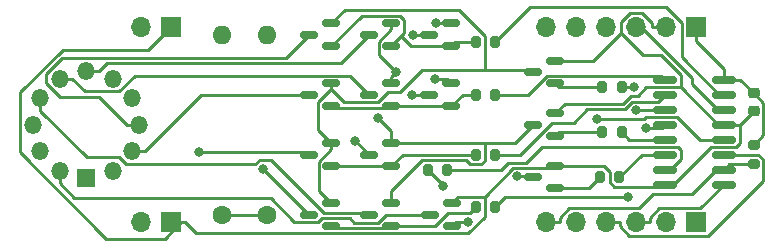
<source format=gbr>
G04 #@! TF.GenerationSoftware,KiCad,Pcbnew,6.0.4*
G04 #@! TF.CreationDate,2022-05-06T17:46:11+10:00*
G04 #@! TF.ProjectId,modularnixie,6d6f6475-6c61-4726-9e69-7869652e6b69,rev?*
G04 #@! TF.SameCoordinates,Original*
G04 #@! TF.FileFunction,Copper,L1,Top*
G04 #@! TF.FilePolarity,Positive*
%FSLAX46Y46*%
G04 Gerber Fmt 4.6, Leading zero omitted, Abs format (unit mm)*
G04 Created by KiCad (PCBNEW 6.0.4) date 2022-05-06 17:46:11*
%MOMM*%
%LPD*%
G01*
G04 APERTURE LIST*
G04 Aperture macros list*
%AMRoundRect*
0 Rectangle with rounded corners*
0 $1 Rounding radius*
0 $2 $3 $4 $5 $6 $7 $8 $9 X,Y pos of 4 corners*
0 Add a 4 corners polygon primitive as box body*
4,1,4,$2,$3,$4,$5,$6,$7,$8,$9,$2,$3,0*
0 Add four circle primitives for the rounded corners*
1,1,$1+$1,$2,$3*
1,1,$1+$1,$4,$5*
1,1,$1+$1,$6,$7*
1,1,$1+$1,$8,$9*
0 Add four rect primitives between the rounded corners*
20,1,$1+$1,$2,$3,$4,$5,0*
20,1,$1+$1,$4,$5,$6,$7,0*
20,1,$1+$1,$6,$7,$8,$9,0*
20,1,$1+$1,$8,$9,$2,$3,0*%
G04 Aperture macros list end*
G04 #@! TA.AperFunction,SMDPad,CuDef*
%ADD10RoundRect,0.150000X0.587500X0.150000X-0.587500X0.150000X-0.587500X-0.150000X0.587500X-0.150000X0*%
G04 #@! TD*
G04 #@! TA.AperFunction,SMDPad,CuDef*
%ADD11RoundRect,0.200000X-0.200000X-0.275000X0.200000X-0.275000X0.200000X0.275000X-0.200000X0.275000X0*%
G04 #@! TD*
G04 #@! TA.AperFunction,SMDPad,CuDef*
%ADD12RoundRect,0.150000X-0.850000X-0.150000X0.850000X-0.150000X0.850000X0.150000X-0.850000X0.150000X0*%
G04 #@! TD*
G04 #@! TA.AperFunction,ComponentPad*
%ADD13C,1.600000*%
G04 #@! TD*
G04 #@! TA.AperFunction,ComponentPad*
%ADD14O,1.600000X1.600000*%
G04 #@! TD*
G04 #@! TA.AperFunction,ComponentPad*
%ADD15R,1.700000X1.700000*%
G04 #@! TD*
G04 #@! TA.AperFunction,ComponentPad*
%ADD16O,1.700000X1.700000*%
G04 #@! TD*
G04 #@! TA.AperFunction,SMDPad,CuDef*
%ADD17RoundRect,0.200000X-0.275000X0.200000X-0.275000X-0.200000X0.275000X-0.200000X0.275000X0.200000X0*%
G04 #@! TD*
G04 #@! TA.AperFunction,ComponentPad*
%ADD18R,1.500000X1.500000*%
G04 #@! TD*
G04 #@! TA.AperFunction,ComponentPad*
%ADD19O,1.500000X1.500000*%
G04 #@! TD*
G04 #@! TA.AperFunction,SMDPad,CuDef*
%ADD20RoundRect,0.225000X-0.250000X0.225000X-0.250000X-0.225000X0.250000X-0.225000X0.250000X0.225000X0*%
G04 #@! TD*
G04 #@! TA.AperFunction,ViaPad*
%ADD21C,0.800000*%
G04 #@! TD*
G04 #@! TA.AperFunction,Conductor*
%ADD22C,0.250000*%
G04 #@! TD*
G04 APERTURE END LIST*
D10*
G04 #@! TO.P,Q4,1,B*
G04 #@! TO.N,Net-(Q4-Pad1)*
X107174700Y-72070000D03*
G04 #@! TO.P,Q4,2,E*
G04 #@! TO.N,GND*
X107174700Y-70170000D03*
G04 #@! TO.P,Q4,3,C*
G04 #@! TO.N,/KDP*
X105299700Y-71120000D03*
G04 #@! TD*
G04 #@! TO.P,Q12,1,B*
G04 #@! TO.N,Net-(Q12-Pad1)*
X96984200Y-66990000D03*
G04 #@! TO.P,Q12,2,E*
G04 #@! TO.N,Net-(Q1-Pad3)*
X96984200Y-65090000D03*
G04 #@! TO.P,Q12,3,C*
G04 #@! TO.N,/K2*
X95109200Y-66040000D03*
G04 #@! TD*
D11*
G04 #@! TO.P,R3,1*
G04 #@! TO.N,Net-(Q3-Pad1)*
X119717200Y-67945000D03*
G04 #@! TO.P,R3,2*
G04 #@! TO.N,Net-(R3-Pad2)*
X121367200Y-67945000D03*
G04 #@! TD*
D12*
G04 #@! TO.P,U1,1,QB*
G04 #@! TO.N,Net-(R11-Pad2)*
X125217200Y-59690000D03*
G04 #@! TO.P,U1,2,QC*
G04 #@! TO.N,Net-(R12-Pad2)*
X125217200Y-60960000D03*
G04 #@! TO.P,U1,3,QD*
G04 #@! TO.N,Net-(R13-Pad2)*
X125217200Y-62230000D03*
G04 #@! TO.P,U1,4,QE*
G04 #@! TO.N,Net-(R1-Pad2)*
X125217200Y-63500000D03*
G04 #@! TO.P,U1,5,QF*
G04 #@! TO.N,Net-(R2-Pad2)*
X125217200Y-64770000D03*
G04 #@! TO.P,U1,6,QG*
G04 #@! TO.N,Net-(R3-Pad2)*
X125217200Y-66040000D03*
G04 #@! TO.P,U1,7,QH*
G04 #@! TO.N,Net-(R4-Pad2)*
X125217200Y-67310000D03*
G04 #@! TO.P,U1,8,GND*
G04 #@! TO.N,GND*
X125217200Y-68580000D03*
G04 #@! TO.P,U1,9,QH'*
G04 #@! TO.N,Net-(J2-Pad3)*
X130217200Y-68580000D03*
G04 #@! TO.P,U1,10,~{SRCLR}*
G04 #@! TO.N,Net-(J1-Pad6)*
X130217200Y-67310000D03*
G04 #@! TO.P,U1,11,SRCLK*
G04 #@! TO.N,Net-(J1-Pad4)*
X130217200Y-66040000D03*
G04 #@! TO.P,U1,12,RCLK*
G04 #@! TO.N,Net-(J1-Pad5)*
X130217200Y-64770000D03*
G04 #@! TO.P,U1,13,~{OE}*
G04 #@! TO.N,GND*
X130217200Y-63500000D03*
G04 #@! TO.P,U1,14,SER*
G04 #@! TO.N,Net-(J1-Pad3)*
X130217200Y-62230000D03*
G04 #@! TO.P,U1,15,QA*
G04 #@! TO.N,Net-(R10-Pad2)*
X130217200Y-60960000D03*
G04 #@! TO.P,U1,16,VCC*
G04 #@! TO.N,VCC*
X130217200Y-59690000D03*
G04 #@! TD*
D10*
G04 #@! TO.P,Q2,1,B*
G04 #@! TO.N,Net-(Q2-Pad1)*
X115954700Y-64450000D03*
G04 #@! TO.P,Q2,2,E*
G04 #@! TO.N,GND*
X115954700Y-62550000D03*
G04 #@! TO.P,Q2,3,C*
G04 #@! TO.N,Net-(Q14-Pad2)*
X114079700Y-63500000D03*
G04 #@! TD*
D13*
G04 #@! TO.P,R30,1*
G04 #@! TO.N,Net-(R30-Pad1)*
X91513400Y-71120000D03*
D14*
G04 #@! TO.P,R30,2*
G04 #@! TO.N,/HV*
X91513400Y-55880000D03*
G04 #@! TD*
D15*
G04 #@! TO.P,J1,1,Pin_1*
G04 #@! TO.N,VCC*
X127827200Y-55245000D03*
D16*
G04 #@! TO.P,J1,2,Pin_2*
G04 #@! TO.N,GND*
X125287200Y-55245000D03*
G04 #@! TO.P,J1,3,Pin_3*
G04 #@! TO.N,Net-(J1-Pad3)*
X122747200Y-55245000D03*
G04 #@! TO.P,J1,4,Pin_4*
G04 #@! TO.N,Net-(J1-Pad4)*
X120207200Y-55245000D03*
G04 #@! TO.P,J1,5,Pin_5*
G04 #@! TO.N,Net-(J1-Pad5)*
X117667200Y-55245000D03*
G04 #@! TO.P,J1,6,Pin_6*
G04 #@! TO.N,Net-(J1-Pad6)*
X115127200Y-55245000D03*
G04 #@! TD*
D17*
G04 #@! TO.P,R9,1*
G04 #@! TO.N,VCC*
X132737200Y-65215000D03*
G04 #@! TO.P,R9,2*
G04 #@! TO.N,Net-(J1-Pad6)*
X132737200Y-66865000D03*
G04 #@! TD*
D10*
G04 #@! TO.P,Q14,1,B*
G04 #@! TO.N,Net-(Q10-Pad1)*
X102064200Y-56830000D03*
G04 #@! TO.P,Q14,2,E*
G04 #@! TO.N,Net-(Q14-Pad2)*
X102064200Y-54930000D03*
G04 #@! TO.P,Q14,3,C*
G04 #@! TO.N,/K4*
X100189200Y-55880000D03*
G04 #@! TD*
D15*
G04 #@! TO.P,J2,1,Pin_1*
G04 #@! TO.N,VCC*
X127827200Y-71755000D03*
D16*
G04 #@! TO.P,J2,2,Pin_2*
G04 #@! TO.N,GND*
X125287200Y-71755000D03*
G04 #@! TO.P,J2,3,Pin_3*
G04 #@! TO.N,Net-(J2-Pad3)*
X122747200Y-71755000D03*
G04 #@! TO.P,J2,4,Pin_4*
G04 #@! TO.N,Net-(J1-Pad4)*
X120207200Y-71755000D03*
G04 #@! TO.P,J2,5,Pin_5*
G04 #@! TO.N,Net-(J1-Pad5)*
X117667200Y-71755000D03*
G04 #@! TO.P,J2,6,Pin_6*
G04 #@! TO.N,Net-(J1-Pad6)*
X115127200Y-71755000D03*
G04 #@! TD*
D18*
G04 #@! TO.P,V1,1,A*
G04 #@! TO.N,Net-(R30-Pad1)*
X76213400Y-68000000D03*
D19*
G04 #@! TO.P,V1,2,K9*
G04 #@! TO.N,/K9*
X78463399Y-67397114D03*
G04 #@! TO.P,V1,3,K1*
G04 #@! TO.N,/K1*
X80110514Y-65749999D03*
G04 #@! TO.P,V1,4,K0*
G04 #@! TO.N,/K0*
X80713400Y-63500000D03*
G04 #@! TO.P,V1,5,K2*
G04 #@! TO.N,/K2*
X80110514Y-61250000D03*
G04 #@! TO.P,V1,6,K3*
G04 #@! TO.N,/K3*
X78463400Y-59602886D03*
G04 #@! TO.P,V1,7,K4*
G04 #@! TO.N,/K4*
X76213400Y-59000000D03*
G04 #@! TO.P,V1,8,K5*
G04 #@! TO.N,/K5*
X73963400Y-59602886D03*
G04 #@! TO.P,V1,9,K7*
G04 #@! TO.N,/K7*
X72316286Y-61250000D03*
G04 #@! TO.P,V1,10,K6*
G04 #@! TO.N,/K6*
X71713400Y-63500000D03*
G04 #@! TO.P,V1,11,K8*
G04 #@! TO.N,/K8*
X72316286Y-65749999D03*
G04 #@! TO.P,V1,12,KDP*
G04 #@! TO.N,/KDP*
X73963401Y-67397114D03*
G04 #@! TD*
D10*
G04 #@! TO.P,Q3,1,B*
G04 #@! TO.N,Net-(Q3-Pad1)*
X115954700Y-68895000D03*
G04 #@! TO.P,Q3,2,E*
G04 #@! TO.N,GND*
X115954700Y-66995000D03*
G04 #@! TO.P,Q3,3,C*
G04 #@! TO.N,Net-(Q18-Pad2)*
X114079700Y-67945000D03*
G04 #@! TD*
D11*
G04 #@! TO.P,R12,1*
G04 #@! TO.N,Net-(Q12-Pad1)*
X109222200Y-66040000D03*
G04 #@! TO.P,R12,2*
G04 #@! TO.N,Net-(R12-Pad2)*
X110872200Y-66040000D03*
G04 #@! TD*
D20*
G04 #@! TO.P,C1,1*
G04 #@! TO.N,VCC*
X132737200Y-60820000D03*
G04 #@! TO.P,C1,2*
G04 #@! TO.N,GND*
X132737200Y-62370000D03*
G04 #@! TD*
D10*
G04 #@! TO.P,Q10,1,B*
G04 #@! TO.N,Net-(Q10-Pad1)*
X96984200Y-56830000D03*
G04 #@! TO.P,Q10,2,E*
G04 #@! TO.N,Net-(Q1-Pad3)*
X96984200Y-54930000D03*
G04 #@! TO.P,Q10,3,C*
G04 #@! TO.N,/K0*
X95109200Y-55880000D03*
G04 #@! TD*
G04 #@! TO.P,Q13,1,B*
G04 #@! TO.N,Net-(Q13-Pad1)*
X96984200Y-72070000D03*
G04 #@! TO.P,Q13,2,E*
G04 #@! TO.N,Net-(Q1-Pad3)*
X96984200Y-70170000D03*
G04 #@! TO.P,Q13,3,C*
G04 #@! TO.N,/K3*
X95109200Y-71120000D03*
G04 #@! TD*
G04 #@! TO.P,Q17,1,B*
G04 #@! TO.N,Net-(Q13-Pad1)*
X102064200Y-72070000D03*
G04 #@! TO.P,Q17,2,E*
G04 #@! TO.N,Net-(Q14-Pad2)*
X102064200Y-70170000D03*
G04 #@! TO.P,Q17,3,C*
G04 #@! TO.N,/K7*
X100189200Y-71120000D03*
G04 #@! TD*
D15*
G04 #@! TO.P,J4,1,Pin_1*
G04 #@! TO.N,GND*
X83377200Y-55245000D03*
D16*
G04 #@! TO.P,J4,2,Pin_2*
G04 #@! TO.N,/HV*
X80837200Y-55245000D03*
G04 #@! TD*
D10*
G04 #@! TO.P,Q15,1,B*
G04 #@! TO.N,Net-(Q11-Pad1)*
X102064200Y-61910000D03*
G04 #@! TO.P,Q15,2,E*
G04 #@! TO.N,Net-(Q14-Pad2)*
X102064200Y-60010000D03*
G04 #@! TO.P,Q15,3,C*
G04 #@! TO.N,/K5*
X100189200Y-60960000D03*
G04 #@! TD*
G04 #@! TO.P,Q16,1,B*
G04 #@! TO.N,Net-(Q12-Pad1)*
X102064200Y-66990000D03*
G04 #@! TO.P,Q16,2,E*
G04 #@! TO.N,Net-(Q14-Pad2)*
X102064200Y-65090000D03*
G04 #@! TO.P,Q16,3,C*
G04 #@! TO.N,/K6*
X100189200Y-66040000D03*
G04 #@! TD*
D15*
G04 #@! TO.P,J3,1,Pin_1*
G04 #@! TO.N,GND*
X83377200Y-71755000D03*
D16*
G04 #@! TO.P,J3,2,Pin_2*
G04 #@! TO.N,/HV*
X80837200Y-71755000D03*
G04 #@! TD*
D10*
G04 #@! TO.P,Q19,1,B*
G04 #@! TO.N,Net-(Q11-Pad1)*
X107144200Y-61910000D03*
G04 #@! TO.P,Q19,2,E*
G04 #@! TO.N,Net-(Q18-Pad2)*
X107144200Y-60010000D03*
G04 #@! TO.P,Q19,3,C*
G04 #@! TO.N,/K9*
X105269200Y-60960000D03*
G04 #@! TD*
D13*
G04 #@! TO.P,R31,1*
G04 #@! TO.N,Net-(R30-Pad1)*
X87703400Y-71120000D03*
D14*
G04 #@! TO.P,R31,2*
G04 #@! TO.N,/HV*
X87703400Y-55880000D03*
G04 #@! TD*
D10*
G04 #@! TO.P,Q18,1,B*
G04 #@! TO.N,Net-(Q10-Pad1)*
X107144200Y-56830000D03*
G04 #@! TO.P,Q18,2,E*
G04 #@! TO.N,Net-(Q18-Pad2)*
X107144200Y-54930000D03*
G04 #@! TO.P,Q18,3,C*
G04 #@! TO.N,/K8*
X105269200Y-55880000D03*
G04 #@! TD*
G04 #@! TO.P,Q1,1,B*
G04 #@! TO.N,Net-(Q1-Pad1)*
X115954700Y-60005000D03*
G04 #@! TO.P,Q1,2,E*
G04 #@! TO.N,GND*
X115954700Y-58105000D03*
G04 #@! TO.P,Q1,3,C*
G04 #@! TO.N,Net-(Q1-Pad3)*
X114079700Y-59055000D03*
G04 #@! TD*
D11*
G04 #@! TO.P,R1,1*
G04 #@! TO.N,Net-(Q1-Pad1)*
X119907200Y-60325000D03*
G04 #@! TO.P,R1,2*
G04 #@! TO.N,Net-(R1-Pad2)*
X121557200Y-60325000D03*
G04 #@! TD*
G04 #@! TO.P,R10,1*
G04 #@! TO.N,Net-(Q10-Pad1)*
X109222200Y-56515000D03*
G04 #@! TO.P,R10,2*
G04 #@! TO.N,Net-(R10-Pad2)*
X110872200Y-56515000D03*
G04 #@! TD*
G04 #@! TO.P,R11,1*
G04 #@! TO.N,Net-(Q11-Pad1)*
X109222200Y-60960000D03*
G04 #@! TO.P,R11,2*
G04 #@! TO.N,Net-(R11-Pad2)*
X110872200Y-60960000D03*
G04 #@! TD*
G04 #@! TO.P,R4,1*
G04 #@! TO.N,Net-(Q4-Pad1)*
X105152900Y-67310000D03*
G04 #@! TO.P,R4,2*
G04 #@! TO.N,Net-(R4-Pad2)*
X106802900Y-67310000D03*
G04 #@! TD*
D10*
G04 #@! TO.P,Q11,1,B*
G04 #@! TO.N,Net-(Q11-Pad1)*
X96984200Y-61910000D03*
G04 #@! TO.P,Q11,2,E*
G04 #@! TO.N,Net-(Q1-Pad3)*
X96984200Y-60010000D03*
G04 #@! TO.P,Q11,3,C*
G04 #@! TO.N,/K1*
X95109200Y-60960000D03*
G04 #@! TD*
D11*
G04 #@! TO.P,R13,1*
G04 #@! TO.N,Net-(Q13-Pad1)*
X109222200Y-70485000D03*
G04 #@! TO.P,R13,2*
G04 #@! TO.N,Net-(R13-Pad2)*
X110872200Y-70485000D03*
G04 #@! TD*
G04 #@! TO.P,R2,1*
G04 #@! TO.N,Net-(Q2-Pad1)*
X119907200Y-64135000D03*
G04 #@! TO.P,R2,2*
G04 #@! TO.N,Net-(R2-Pad2)*
X121557200Y-64135000D03*
G04 #@! TD*
D21*
G04 #@! TO.N,Net-(Q4-Pad1)*
X106414000Y-68665400D03*
X108519100Y-71725900D03*
G04 #@! TO.N,Net-(R13-Pad2)*
X122076800Y-69662900D03*
X122777200Y-62279500D03*
G04 #@! TO.N,Net-(R1-Pad2)*
X122586300Y-60325000D03*
X123610200Y-63761200D03*
G04 #@! TO.N,/K9*
X103847900Y-60960000D03*
G04 #@! TO.N,/K8*
X103879900Y-55880000D03*
G04 #@! TO.N,/K6*
X98956700Y-64886900D03*
G04 #@! TO.N,/K3*
X91207000Y-67231500D03*
G04 #@! TO.N,/K2*
X85792200Y-65856400D03*
G04 #@! TO.N,Net-(Q18-Pad2)*
X105794900Y-59635800D03*
X112701200Y-67889900D03*
X105804500Y-54930000D03*
G04 #@! TO.N,Net-(Q14-Pad2)*
X100933500Y-62949400D03*
X102448000Y-59087700D03*
G04 #@! TO.N,Net-(J1-Pad5)*
X119460500Y-63007600D03*
G04 #@! TD*
D22*
G04 #@! TO.N,Net-(R4-Pad2)*
X111306100Y-67310000D02*
X106802900Y-67310000D01*
X111901800Y-66714300D02*
X111306100Y-67310000D01*
X113479100Y-66714300D02*
X111901800Y-66714300D01*
X114780500Y-65412900D02*
X113479100Y-66714300D01*
X126337000Y-65412900D02*
X114780500Y-65412900D01*
X126545400Y-65621300D02*
X126337000Y-65412900D01*
X126545400Y-66394300D02*
X126545400Y-65621300D01*
X125629700Y-67310000D02*
X126545400Y-66394300D01*
X125217200Y-67310000D02*
X125629700Y-67310000D01*
G04 #@! TO.N,Net-(Q4-Pad1)*
X106414000Y-68571100D02*
X106414000Y-68665400D01*
X105152900Y-67310000D02*
X106414000Y-68571100D01*
X108519100Y-71726000D02*
X108519100Y-71725900D01*
X107518700Y-71726000D02*
X108519100Y-71726000D01*
X107174700Y-72070000D02*
X107518700Y-71726000D01*
G04 #@! TO.N,Net-(R30-Pad1)*
X87703400Y-71120000D02*
X91513400Y-71120000D01*
G04 #@! TO.N,Net-(R13-Pad2)*
X111694300Y-69662900D02*
X122076800Y-69662900D01*
X110872200Y-70485000D02*
X111694300Y-69662900D01*
X125167700Y-62279500D02*
X125217200Y-62230000D01*
X122777200Y-62279500D02*
X125167700Y-62279500D01*
G04 #@! TO.N,Net-(R12-Pad2)*
X112952100Y-66040000D02*
X110872200Y-66040000D01*
X115647900Y-63344200D02*
X112952100Y-66040000D01*
X117523300Y-63344200D02*
X115647900Y-63344200D01*
X118662700Y-62204800D02*
X117523300Y-63344200D01*
X121826200Y-62204800D02*
X118662700Y-62204800D01*
X122476800Y-61554200D02*
X121826200Y-62204800D01*
X124623000Y-61554200D02*
X122476800Y-61554200D01*
X125217200Y-60960000D02*
X124623000Y-61554200D01*
G04 #@! TO.N,Net-(R11-Pad2)*
X124875300Y-59348100D02*
X125217200Y-59690000D01*
X115199100Y-59348100D02*
X124875300Y-59348100D01*
X113587200Y-60960000D02*
X115199100Y-59348100D01*
X110872200Y-60960000D02*
X113587200Y-60960000D01*
G04 #@! TO.N,Net-(R10-Pad2)*
X129814000Y-60960000D02*
X130217200Y-60960000D01*
X126651800Y-57797800D02*
X129814000Y-60960000D01*
X126651800Y-54913200D02*
X126651800Y-57797800D01*
X125291400Y-53552800D02*
X126651800Y-54913200D01*
X113834400Y-53552800D02*
X125291400Y-53552800D01*
X110872200Y-56515000D02*
X113834400Y-53552800D01*
G04 #@! TO.N,Net-(R3-Pad2)*
X123272200Y-66040000D02*
X121367200Y-67945000D01*
X125217200Y-66040000D02*
X123272200Y-66040000D01*
G04 #@! TO.N,Net-(R2-Pad2)*
X122192200Y-64770000D02*
X125217200Y-64770000D01*
X121557200Y-64135000D02*
X122192200Y-64770000D01*
G04 #@! TO.N,Net-(R1-Pad2)*
X124956000Y-63761200D02*
X123610200Y-63761200D01*
X125217200Y-63500000D02*
X124956000Y-63761200D01*
X121557200Y-60325000D02*
X122586300Y-60325000D01*
G04 #@! TO.N,/KDP*
X73963400Y-67397100D02*
X73963400Y-68472400D01*
X101601800Y-71120000D02*
X105299700Y-71120000D01*
X100933200Y-71788600D02*
X101601800Y-71120000D01*
X98894900Y-71788600D02*
X100933200Y-71788600D01*
X98549100Y-71442800D02*
X98894900Y-71788600D01*
X96198900Y-71442800D02*
X98549100Y-71442800D01*
X95877900Y-71763800D02*
X96198900Y-71442800D01*
X93859500Y-71763800D02*
X95877900Y-71763800D01*
X91828200Y-69732500D02*
X93859500Y-71763800D01*
X75223500Y-69732500D02*
X91828200Y-69732500D01*
X73963400Y-68472400D02*
X75223500Y-69732500D01*
G04 #@! TO.N,/K9*
X105269200Y-60960000D02*
X103847900Y-60960000D01*
G04 #@! TO.N,/K8*
X105269200Y-55880000D02*
X103879900Y-55880000D01*
G04 #@! TO.N,/K7*
X72316300Y-62337500D02*
X72316300Y-61250000D01*
X76258200Y-66279400D02*
X72316300Y-62337500D01*
X78992800Y-66279400D02*
X76258200Y-66279400D01*
X79569800Y-66856400D02*
X78992800Y-66279400D01*
X90556400Y-66856400D02*
X79569800Y-66856400D01*
X90906600Y-66506200D02*
X90556400Y-66856400D01*
X91908000Y-66506200D02*
X90906600Y-66506200D01*
X96394200Y-70992400D02*
X91908000Y-66506200D01*
X100061600Y-70992400D02*
X96394200Y-70992400D01*
X100189200Y-71120000D02*
X100061600Y-70992400D01*
G04 #@! TO.N,/K6*
X99036100Y-64886900D02*
X98956700Y-64886900D01*
X100189200Y-66040000D02*
X99036100Y-64886900D01*
G04 #@! TO.N,/K5*
X76114000Y-60678200D02*
X75038700Y-59602900D01*
X79035200Y-60678200D02*
X76114000Y-60678200D01*
X80353700Y-59359700D02*
X79035200Y-60678200D01*
X98588900Y-59359700D02*
X80353700Y-59359700D01*
X100189200Y-60960000D02*
X98588900Y-59359700D01*
X73963400Y-59602900D02*
X75038700Y-59602900D01*
G04 #@! TO.N,/K4*
X77978900Y-58309800D02*
X77288700Y-59000000D01*
X97759400Y-58309800D02*
X77978900Y-58309800D01*
X100189200Y-55880000D02*
X97759400Y-58309800D01*
X76213400Y-59000000D02*
X77288700Y-59000000D01*
G04 #@! TO.N,/K3*
X95095500Y-71120000D02*
X91207000Y-67231500D01*
X95109200Y-71120000D02*
X95095500Y-71120000D01*
G04 #@! TO.N,Net-(Q13-Pad1)*
X105762300Y-72070000D02*
X102064200Y-72070000D01*
X106871600Y-70960700D02*
X105762300Y-72070000D01*
X108746500Y-70960700D02*
X106871600Y-70960700D01*
X109222200Y-70485000D02*
X108746500Y-70960700D01*
X97153200Y-72239000D02*
X96984200Y-72070000D01*
X101895200Y-72239000D02*
X97153200Y-72239000D01*
X102064200Y-72070000D02*
X101895200Y-72239000D01*
G04 #@! TO.N,/K2*
X94925600Y-65856400D02*
X85792200Y-65856400D01*
X95109200Y-66040000D02*
X94925600Y-65856400D01*
G04 #@! TO.N,Net-(Q12-Pad1)*
X103014200Y-66040000D02*
X102064200Y-66990000D01*
X109222200Y-66040000D02*
X103014200Y-66040000D01*
X102064200Y-66990000D02*
X96984200Y-66990000D01*
G04 #@! TO.N,/K1*
X85975800Y-60960000D02*
X81185800Y-65750000D01*
X95109200Y-60960000D02*
X85975800Y-60960000D01*
X80110500Y-65750000D02*
X81185800Y-65750000D01*
G04 #@! TO.N,Net-(Q11-Pad1)*
X102064200Y-61910000D02*
X107144200Y-61910000D01*
X108094200Y-60960000D02*
X109222200Y-60960000D01*
X107144200Y-61910000D02*
X108094200Y-60960000D01*
X101879900Y-62094300D02*
X102064200Y-61910000D01*
X97168500Y-62094300D02*
X101879900Y-62094300D01*
X96984200Y-61910000D02*
X97168500Y-62094300D01*
G04 #@! TO.N,/K0*
X77330400Y-61192300D02*
X79638100Y-63500000D01*
X74021000Y-61192300D02*
X77330400Y-61192300D01*
X72837500Y-60008800D02*
X74021000Y-61192300D01*
X72837500Y-59201300D02*
X72837500Y-60008800D01*
X74206700Y-57832100D02*
X72837500Y-59201300D01*
X93157100Y-57832100D02*
X74206700Y-57832100D01*
X95109200Y-55880000D02*
X93157100Y-57832100D01*
X80713400Y-63500000D02*
X79638100Y-63500000D01*
G04 #@! TO.N,Net-(Q10-Pad1)*
X107459200Y-56515000D02*
X107144200Y-56830000D01*
X109222200Y-56515000D02*
X107459200Y-56515000D01*
X103759000Y-56830000D02*
X102911600Y-55982600D01*
X107144200Y-56830000D02*
X103759000Y-56830000D01*
X102911600Y-55982600D02*
X102064200Y-56830000D01*
X103154600Y-55739600D02*
X102911600Y-55982600D01*
X103154600Y-54609000D02*
X103154600Y-55739600D01*
X102823200Y-54277600D02*
X103154600Y-54609000D01*
X99536600Y-54277600D02*
X102823200Y-54277600D01*
X96984200Y-56830000D02*
X99536600Y-54277600D01*
G04 #@! TO.N,Net-(Q18-Pad2)*
X106770000Y-59635800D02*
X107144200Y-60010000D01*
X105794900Y-59635800D02*
X106770000Y-59635800D01*
X114024600Y-67889900D02*
X114079700Y-67945000D01*
X112701200Y-67889900D02*
X114024600Y-67889900D01*
X107144200Y-54930000D02*
X105804500Y-54930000D01*
G04 #@! TO.N,Net-(Q3-Pad1)*
X118767200Y-68895000D02*
X119717200Y-67945000D01*
X115954700Y-68895000D02*
X118767200Y-68895000D01*
G04 #@! TO.N,Net-(Q14-Pad2)*
X109948400Y-66553800D02*
X109948400Y-65090000D01*
X109642600Y-66859600D02*
X109948400Y-66553800D01*
X108725000Y-66859600D02*
X109642600Y-66859600D01*
X108374200Y-66508800D02*
X108725000Y-66859600D01*
X104652000Y-66508800D02*
X108374200Y-66508800D01*
X102064200Y-69096600D02*
X104652000Y-66508800D01*
X102064200Y-70170000D02*
X102064200Y-69096600D01*
X112489700Y-65090000D02*
X109948400Y-65090000D01*
X114079700Y-63500000D02*
X112489700Y-65090000D01*
X109948400Y-65090000D02*
X102064200Y-65090000D01*
X102064200Y-59471500D02*
X102064200Y-60010000D01*
X102448000Y-59087700D02*
X102064200Y-59471500D01*
X102064200Y-55417500D02*
X102064200Y-54930000D01*
X100991100Y-56490600D02*
X102064200Y-55417500D01*
X100991100Y-57630800D02*
X100991100Y-56490600D01*
X102448000Y-59087700D02*
X100991100Y-57630800D01*
X102064200Y-64080100D02*
X100933500Y-62949400D01*
X102064200Y-65090000D02*
X102064200Y-64080100D01*
G04 #@! TO.N,Net-(Q2-Pad1)*
X116269700Y-64135000D02*
X119907200Y-64135000D01*
X115954700Y-64450000D02*
X116269700Y-64135000D01*
G04 #@! TO.N,Net-(Q1-Pad3)*
X96984200Y-65577500D02*
X96984200Y-65090000D01*
X95915400Y-66646300D02*
X96984200Y-65577500D01*
X95915400Y-69101200D02*
X95915400Y-66646300D01*
X96984200Y-70170000D02*
X95915400Y-69101200D01*
X95884300Y-61599000D02*
X96984200Y-60499100D01*
X95884300Y-63990100D02*
X95884300Y-61599000D01*
X96984200Y-65090000D02*
X95884300Y-63990100D01*
X96984200Y-60499100D02*
X96984200Y-60010000D01*
X98122400Y-53791800D02*
X96984200Y-54930000D01*
X107786500Y-53791800D02*
X98122400Y-53791800D01*
X109976600Y-55981900D02*
X107786500Y-53791800D01*
X109976600Y-58896200D02*
X109976600Y-55981900D01*
X104654100Y-58896200D02*
X109976600Y-58896200D01*
X102773000Y-60777300D02*
X104654100Y-58896200D01*
X101784300Y-60777300D02*
X102773000Y-60777300D01*
X100970300Y-61591300D02*
X101784300Y-60777300D01*
X98076400Y-61591300D02*
X100970300Y-61591300D01*
X96984200Y-60499100D02*
X98076400Y-61591300D01*
X113920900Y-58896200D02*
X114079700Y-59055000D01*
X109976600Y-58896200D02*
X113920900Y-58896200D01*
G04 #@! TO.N,Net-(Q1-Pad1)*
X116274700Y-60325000D02*
X115954700Y-60005000D01*
X119907200Y-60325000D02*
X116274700Y-60325000D01*
G04 #@! TO.N,Net-(J2-Pad3)*
X128217500Y-70579700D02*
X130217200Y-68580000D01*
X124730400Y-70579700D02*
X128217500Y-70579700D01*
X123922500Y-71387600D02*
X124730400Y-70579700D01*
X123922500Y-71755000D02*
X123922500Y-71387600D01*
X122747200Y-71755000D02*
X123922500Y-71755000D01*
G04 #@! TO.N,Net-(J1-Pad5)*
X128183400Y-64770000D02*
X130217200Y-64770000D01*
X126278400Y-62865000D02*
X128183400Y-64770000D01*
X123620500Y-62865000D02*
X126278400Y-62865000D01*
X123477900Y-63007600D02*
X123620500Y-62865000D01*
X119460500Y-63007600D02*
X123477900Y-63007600D01*
G04 #@! TO.N,Net-(J1-Pad4)*
X133143200Y-66040000D02*
X130217200Y-66040000D01*
X133549400Y-66446200D02*
X133143200Y-66040000D01*
X133549400Y-68232800D02*
X133549400Y-66446200D01*
X128851800Y-72930400D02*
X133549400Y-68232800D01*
X122190600Y-72930400D02*
X128851800Y-72930400D01*
X121382500Y-72122300D02*
X122190600Y-72930400D01*
X121382500Y-71755000D02*
X121382500Y-72122300D01*
X120207200Y-71755000D02*
X121382500Y-71755000D01*
G04 #@! TO.N,Net-(J1-Pad3)*
X123197600Y-55245000D02*
X122747200Y-55245000D01*
X127547500Y-59594900D02*
X123197600Y-55245000D01*
X127547500Y-60045300D02*
X127547500Y-59594900D01*
X129732200Y-62230000D02*
X127547500Y-60045300D01*
X130217200Y-62230000D02*
X129732200Y-62230000D01*
G04 #@! TO.N,Net-(J1-Pad6)*
X130662200Y-66865000D02*
X130217200Y-67310000D01*
X132737200Y-66865000D02*
X130662200Y-66865000D01*
X129584100Y-67310000D02*
X130217200Y-67310000D01*
X127537300Y-69356800D02*
X129584100Y-67310000D01*
X124237200Y-69356800D02*
X127537300Y-69356800D01*
X123014300Y-70579700D02*
X124237200Y-69356800D01*
X117110400Y-70579700D02*
X123014300Y-70579700D01*
X116302500Y-71387600D02*
X117110400Y-70579700D01*
X116302500Y-71755000D02*
X116302500Y-71387600D01*
X115127200Y-71755000D02*
X116302500Y-71755000D01*
G04 #@! TO.N,GND*
X130217200Y-63500000D02*
X131607200Y-63500000D01*
X131607200Y-63500000D02*
X132737200Y-62370000D01*
X125051000Y-68746200D02*
X125217200Y-68580000D01*
X120946200Y-68746200D02*
X125051000Y-68746200D01*
X120542200Y-68342200D02*
X120946200Y-68746200D01*
X120542200Y-67496000D02*
X120542200Y-68342200D01*
X120041200Y-66995000D02*
X120542200Y-67496000D01*
X115954700Y-66995000D02*
X120041200Y-66995000D01*
X131607200Y-65053200D02*
X131607200Y-63500000D01*
X131255400Y-65405000D02*
X131607200Y-65053200D01*
X129107500Y-65405000D02*
X131255400Y-65405000D01*
X125932500Y-68580000D02*
X129107500Y-65405000D01*
X125217200Y-68580000D02*
X125932500Y-68580000D01*
X107674700Y-69670000D02*
X107174700Y-70170000D01*
X109948400Y-69670000D02*
X107674700Y-69670000D01*
X109948400Y-69617000D02*
X109948400Y-69670000D01*
X112400800Y-67164600D02*
X109948400Y-69617000D01*
X115785100Y-67164600D02*
X112400800Y-67164600D01*
X115954700Y-66995000D02*
X115785100Y-67164600D01*
X85500800Y-72703300D02*
X84552500Y-71755000D01*
X108591400Y-72703300D02*
X85500800Y-72703300D01*
X109948400Y-71346300D02*
X108591400Y-72703300D01*
X109948400Y-69670000D02*
X109948400Y-71346300D01*
X83964900Y-71755000D02*
X84288200Y-71755000D01*
X83377200Y-71755000D02*
X83964900Y-71755000D01*
X84288200Y-71755000D02*
X84552500Y-71755000D01*
X81461900Y-57160300D02*
X83377200Y-55245000D01*
X74239600Y-57160300D02*
X81461900Y-57160300D01*
X70630400Y-60769500D02*
X74239600Y-57160300D01*
X70630400Y-65847100D02*
X70630400Y-60769500D01*
X77939400Y-73156100D02*
X70630400Y-65847100D01*
X82887100Y-73156100D02*
X77939400Y-73156100D01*
X84288200Y-71755000D02*
X82887100Y-73156100D01*
X125287200Y-55245000D02*
X124111900Y-55245000D01*
X121477200Y-54828200D02*
X121477200Y-55723900D01*
X122250600Y-54054800D02*
X121477200Y-54828200D01*
X123289000Y-54054800D02*
X122250600Y-54054800D01*
X124111900Y-54877700D02*
X123289000Y-54054800D01*
X124111900Y-55245000D02*
X124111900Y-54877700D01*
X119096100Y-58105000D02*
X115954700Y-58105000D01*
X121477200Y-55723900D02*
X119096100Y-58105000D01*
X126549900Y-59286400D02*
X126549900Y-60325000D01*
X124868400Y-57604900D02*
X126549900Y-59286400D01*
X123358200Y-57604900D02*
X124868400Y-57604900D01*
X121477200Y-55723900D02*
X123358200Y-57604900D01*
X129724900Y-63500000D02*
X126549900Y-60325000D01*
X130217200Y-63500000D02*
X129724900Y-63500000D01*
X116750200Y-61754500D02*
X115954700Y-62550000D01*
X121639600Y-61754500D02*
X116750200Y-61754500D01*
X122337000Y-61057100D02*
X121639600Y-61754500D01*
X122917900Y-61057100D02*
X122337000Y-61057100D01*
X123650000Y-60325000D02*
X122917900Y-61057100D01*
X126549900Y-60325000D02*
X123650000Y-60325000D01*
G04 #@! TO.N,VCC*
X130217200Y-58810300D02*
X130217200Y-59690000D01*
X127827200Y-56420300D02*
X130217200Y-58810300D01*
X127827200Y-55245000D02*
X127827200Y-56420300D01*
X131607200Y-59690000D02*
X132737200Y-60820000D01*
X130217200Y-59690000D02*
X131607200Y-59690000D01*
X133553700Y-64398500D02*
X132737200Y-65215000D01*
X133553700Y-61636500D02*
X133553700Y-64398500D01*
X132737200Y-60820000D02*
X133553700Y-61636500D01*
G04 #@! TD*
M02*

</source>
